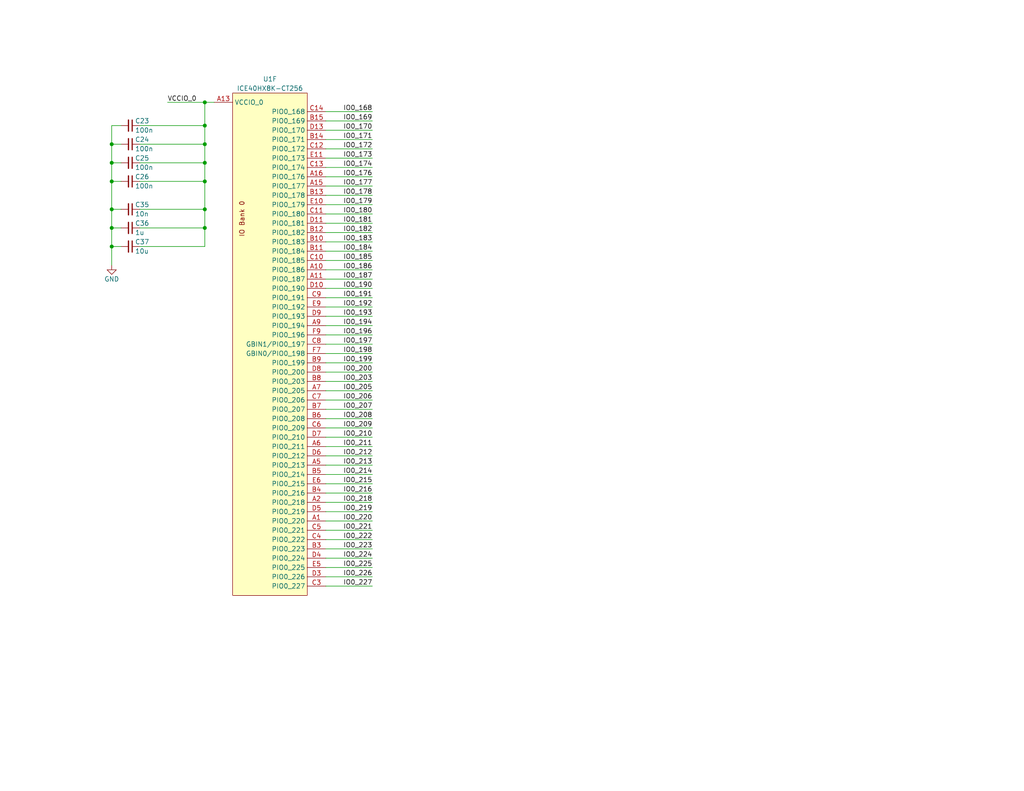
<source format=kicad_sch>
(kicad_sch (version 20211123) (generator eeschema)
  (paper "USLetter")
  (title_block (title "iCE40HX8K Development Board") (date "2022-04-30") (rev "0.1") (company "© 2022 Sam Hanes, licensed under CERN-OHL-S v2+") (comment 1 "https://github.com/Elemecca/ice40-dev"))
  (lib_symbols
    (symbol "0Local:ICE40HX8K-CT256"
      (property "Reference" "U" (at 0 6.35 0))
      (property "Value" "ICE40HX8K-CT256" (at 0 3.81 0))
      (symbol "ICE40HX8K-CT256_1_0"
        (text "Power Input" (at 7.62 -19.05 900) (effects (font (size 1.27 1.27))))
      )
      (symbol "ICE40HX8K-CT256_1_1"
        (rectangle (start -10.16 2.54) (end 10.16 -40.64) (fill (type background)))
        (pin passive line (at -15.24 -38.1 0) (length 5.08) hide (name "GND") (number "A12"))
        (pin passive line (at -15.24 0 0) (length 5.08) hide (name "VCC") (number "A14"))
        (pin passive line (at -15.24 -38.1 0) (length 5.08) hide (name "GND") (number "A4"))
        (pin power_in line (at -15.24 -30.48 0) (length 5.08) (name "VPP_FAST") (number "D12"))
        (pin power_in line (at -15.24 -27.94 0) (length 5.08) (name "VPP_2V5") (number "E12"))
        (pin passive line (at -15.24 -38.1 0) (length 5.08) hide (name "GND") (number "E15"))
        (pin power_in line (at -15.24 -20.32 0) (length 5.08) (name "GNDPLL1") (number "E7"))
        (pin power_in line (at -15.24 -17.78 0) (length 5.08) (name "VCCPLL1") (number "E8"))
        (pin passive line (at -15.24 0 0) (length 5.08) hide (name "VCC") (number "F10"))
        (pin power_in line (at -15.24 0 0) (length 5.08) (name "VCC") (number "F6"))
        (pin passive line (at -15.24 -38.1 0) (length 5.08) hide (name "GND") (number "G7"))
        (pin passive line (at -15.24 -38.1 0) (length 5.08) hide (name "GND") (number "G8"))
        (pin passive line (at -15.24 -38.1 0) (length 5.08) hide (name "GND") (number "G9"))
        (pin passive line (at -15.24 -38.1 0) (length 5.08) hide (name "GND") (number "H7"))
        (pin passive line (at -15.24 -38.1 0) (length 5.08) hide (name "GND") (number "H8"))
        (pin passive line (at -15.24 -38.1 0) (length 5.08) hide (name "GND") (number "H9"))
        (pin passive line (at -15.24 -38.1 0) (length 5.08) hide (name "GND") (number "J7"))
        (pin passive line (at -15.24 -38.1 0) (length 5.08) hide (name "GND") (number "J8"))
        (pin passive line (at -15.24 -38.1 0) (length 5.08) hide (name "GND") (number "J9"))
        (pin passive line (at -15.24 0 0) (length 5.08) hide (name "VCC") (number "K10"))
        (pin passive line (at -15.24 -38.1 0) (length 5.08) hide (name "GND") (number "K2"))
        (pin passive line (at -15.24 0 0) (length 5.08) hide (name "VCC") (number "K6"))
        (pin passive line (at -15.24 -38.1 0) (length 5.08) hide (name "GND") (number "K7"))
        (pin passive line (at -15.24 -38.1 0) (length 5.08) hide (name "GND") (number "L15"))
        (pin passive line (at -15.24 0 0) (length 5.08) hide (name "VCC") (number "L2"))
        (pin power_in line (at -15.24 -7.62 0) (length 5.08) (name "VCCPLL0") (number "L8"))
        (pin power_in line (at -15.24 -10.16 0) (length 5.08) (name "GNDPLL0") (number "N8"))
        (pin passive line (at -15.24 -38.1 0) (length 5.08) hide (name "GND") (number "R7"))
        (pin passive line (at -15.24 -38.1 0) (length 5.08) hide (name "GND") (number "T12"))
        (pin power_in line (at -15.24 -38.1 0) (length 5.08) (name "GND") (number "T4"))
      )
      (symbol "ICE40HX8K-CT256_2_0"
        (polyline (pts (xy -10.16 -15.24) (xy 10.16 -15.24)))
        (text "Config SPI" (at 7.62 -6.35 900) (effects (font (size 1.27 1.27))))
        (text "VCCIO_2" (at 3.81 -19.05 0) (effects (font (size 1.27 1.27))))
      )
      (symbol "ICE40HX8K-CT256_2_1"
        (rectangle (start -10.16 2.54) (end 10.16 -22.86) (fill (type background)))
        (pin output line (at -15.24 -17.78 0) (length 5.08) (name "CDONE") (number "M10"))
        (pin input line (at -15.24 -20.32 0) (length 5.08) (name "~{CRESET}") (number "N11"))
        (pin power_in line (at -15.24 0 0) (length 5.08) (name "VCC_SPI") (number "N13"))
        (pin bidirectional line (at -15.24 -7.62 0) (length 5.08) (name "SDI") (number "P11"))
        (pin bidirectional line (at -15.24 -10.16 0) (length 5.08) (name "SDO") (number "P12"))
        (pin bidirectional line (at -15.24 -5.08 0) (length 5.08) (name "SCK") (number "R11"))
        (pin bidirectional line (at -15.24 -12.7 0) (length 5.08) (name "~{SS}") (number "R12"))
      )
      (symbol "ICE40HX8K-CT256_3_0"
        (text "IO Bank 3" (at -7.62 -31.75 900) (effects (font (size 1.27 1.27))))
      )
      (symbol "ICE40HX8K-CT256_3_1"
        (rectangle (start -10.16 2.54) (end 10.16 -134.62) (fill (type background)))
        (pin tri_state line (at 15.24 -10.16 180) (length 5.08) (name "PIO3_2B") (number "B1"))
        (pin tri_state line (at 15.24 -5.08 180) (length 5.08) (name "PIO3_1B") (number "B2"))
        (pin tri_state line (at 15.24 -12.7 180) (length 5.08) (name "PIO3_3A") (number "C1"))
        (pin tri_state line (at 15.24 -15.24 180) (length 5.08) (name "PIO3_3B") (number "C2"))
        (pin tri_state line (at 15.24 -25.4 180) (length 5.08) (name "PIO3_5B") (number "D1"))
        (pin tri_state line (at 15.24 -20.32 180) (length 5.08) (name "PIO3_4B") (number "D2"))
        (pin power_in line (at -15.24 0 0) (length 5.08) (name "VCCIO_3") (number "E1"))
        (pin tri_state line (at 15.24 -35.56 180) (length 5.08) (name "PIO3_7B") (number "E2"))
        (pin tri_state line (at 15.24 -30.48 180) (length 5.08) (name "PIO3_6B") (number "E3"))
        (pin tri_state line (at 15.24 -2.54 180) (length 5.08) (name "PIO3_1A") (number "E4"))
        (pin tri_state line (at 15.24 -50.8 180) (length 5.08) (name "PIO3_10B") (number "F1"))
        (pin tri_state line (at 15.24 -45.72 180) (length 5.08) (name "PIO3_9B") (number "F2"))
        (pin tri_state line (at 15.24 -40.64 180) (length 5.08) (name "PIO3_8B") (number "F3"))
        (pin tri_state line (at 15.24 -17.78 180) (length 5.08) (name "PIO3_4A") (number "F4"))
        (pin tri_state line (at 15.24 -7.62 180) (length 5.08) (name "PIO3_2A") (number "F5"))
        (pin tri_state line (at 15.24 -66.04 180) (length 5.08) (name "GBIN7/PIO3_13B") (number "G1"))
        (pin tri_state line (at 15.24 -55.88 180) (length 5.08) (name "PIO3_11B") (number "G2"))
        (pin tri_state line (at 15.24 -38.1 180) (length 5.08) (name "PIO3_8A") (number "G3"))
        (pin tri_state line (at 15.24 -27.94 180) (length 5.08) (name "PIO3_6A") (number "G4"))
        (pin tri_state line (at 15.24 -22.86 180) (length 5.08) (name "PIO3_5A") (number "G5"))
        (pin passive line (at -15.24 0 0) (length 5.08) hide (name "VCCIO_3") (number "G6"))
        (pin tri_state line (at 15.24 -71.12 180) (length 5.08) (name "PIO3_14B") (number "H1"))
        (pin tri_state line (at 15.24 -60.96 180) (length 5.08) (name "PIO3_12B") (number "H2"))
        (pin tri_state line (at 15.24 -43.18 180) (length 5.08) (name "PIO3_9A") (number "H3"))
        (pin tri_state line (at 15.24 -53.34 180) (length 5.08) (name "PIO3_11A") (number "H4"))
        (pin tri_state line (at 15.24 -33.02 180) (length 5.08) (name "PIO3_7A") (number "H5"))
        (pin tri_state line (at 15.24 -48.26 180) (length 5.08) (name "PIO3_10A") (number "H6"))
        (pin tri_state line (at 15.24 -76.2 180) (length 5.08) (name "PIO3_15B") (number "J1"))
        (pin tri_state line (at 15.24 -73.66 180) (length 5.08) (name "PIO3_15A") (number "J2"))
        (pin tri_state line (at 15.24 -68.58 180) (length 5.08) (name "GBIN6/PIO3_14A") (number "J3"))
        (pin tri_state line (at 15.24 -58.42 180) (length 5.08) (name "PIO3_12A") (number "J4"))
        (pin tri_state line (at 15.24 -63.5 180) (length 5.08) (name "PIO3_13A") (number "J5"))
        (pin passive line (at -15.24 0 0) (length 5.08) hide (name "VCCIO_3") (number "J6"))
        (pin tri_state line (at 15.24 -78.74 180) (length 5.08) (name "PIO3_16A") (number "K1"))
        (pin tri_state line (at 15.24 -81.28 180) (length 5.08) (name "PIO3_16B") (number "K3"))
        (pin tri_state line (at 15.24 -88.9 180) (length 5.08) (name "PIO3_18A") (number "K4"))
        (pin tri_state line (at 15.24 -99.06 180) (length 5.08) (name "PIO3_20A") (number "K5"))
        (pin tri_state line (at 15.24 -86.36 180) (length 5.08) (name "PIO3_17B") (number "L1"))
        (pin tri_state line (at 15.24 -96.52 180) (length 5.08) (name "PIO3_19B") (number "L3"))
        (pin tri_state line (at 15.24 -83.82 180) (length 5.08) (name "PIO3_17A") (number "L4"))
        (pin tri_state line (at 15.24 -114.3 180) (length 5.08) (name "PIO3_23A") (number "L5"))
        (pin tri_state line (at 15.24 -93.98 180) (length 5.08) (name "PIO3_19A") (number "L6"))
        (pin tri_state line (at 15.24 -104.14 180) (length 5.08) (name "PIO3_21A") (number "L7"))
        (pin tri_state line (at 15.24 -91.44 180) (length 5.08) (name "PIO3_18B") (number "M1"))
        (pin tri_state line (at 15.24 -101.6 180) (length 5.08) (name "PIO3_20B") (number "M2"))
        (pin tri_state line (at 15.24 -111.76 180) (length 5.08) (name "PIO3_22B") (number "M3"))
        (pin tri_state line (at 15.24 -121.92 180) (length 5.08) (name "PIO3_24B") (number "M4"))
        (pin tri_state line (at 15.24 -127 180) (length 5.08) (name "PIO3_25B") (number "M5"))
        (pin tri_state line (at 15.24 -109.22 180) (length 5.08) (name "PIO3_22A") (number "M6"))
        (pin passive line (at -15.24 0 0) (length 5.08) hide (name "VCCIO_3") (number "N1"))
        (pin tri_state line (at 15.24 -106.68 180) (length 5.08) (name "PIO3_21B") (number "N2"))
        (pin tri_state line (at 15.24 -116.84 180) (length 5.08) (name "PIO3_23B") (number "N3"))
        (pin tri_state line (at 15.24 -132.08 180) (length 5.08) (name "PIO3_26B") (number "N4"))
        (pin tri_state line (at 15.24 -119.38 180) (length 5.08) (name "PIO3_24A") (number "P1"))
        (pin tri_state line (at 15.24 -124.46 180) (length 5.08) (name "PIO3_25A") (number "P2"))
        (pin tri_state line (at 15.24 -129.54 180) (length 5.08) (name "PIO3_26A") (number "R1"))
      )
      (symbol "ICE40HX8K-CT256_4_0"
        (text "IO Bank 2" (at -7.62 -33.02 900) (effects (font (size 1.27 1.27))))
      )
      (symbol "ICE40HX8K-CT256_4_1"
        (rectangle (start -10.16 2.54) (end 10.16 -119.38) (fill (type background)))
        (pin tri_state line (at 15.24 -114.3 180) (length 5.08) (name "CBSEL0/PIO2_103") (number "K11"))
        (pin power_in line (at -15.24 0 0) (length 5.08) (name "VCCIO_2") (number "K8"))
        (pin tri_state line (at 15.24 -71.12 180) (length 5.08) (name "GBIN4/PIO2_82") (number "K9"))
        (pin tri_state line (at 15.24 -78.74 180) (length 5.08) (name "PIO2_85") (number "L10"))
        (pin tri_state line (at 15.24 -104.14 180) (length 5.08) (name "PIO2_99") (number "L11"))
        (pin tri_state line (at 15.24 -50.8 180) (length 5.08) (name "PIO2_74") (number "L9"))
        (pin tri_state line (at 15.24 -96.52 180) (length 5.08) (name "PIO2_93") (number "M11"))
        (pin tri_state line (at 15.24 -109.22 180) (length 5.08) (name "PIO2_101") (number "M12"))
        (pin tri_state line (at 15.24 -30.48 180) (length 5.08) (name "PIO2_64") (number "M7"))
        (pin tri_state line (at 15.24 -38.1 180) (length 5.08) (name "PIO2_68") (number "M8"))
        (pin tri_state line (at 15.24 -66.04 180) (length 5.08) (name "PIO2_80") (number "M9"))
        (pin tri_state line (at 15.24 -83.82 180) (length 5.08) (name "PIO2_87") (number "N10"))
        (pin tri_state line (at 15.24 -101.6 180) (length 5.08) (name "PIO2_98") (number "N12"))
        (pin tri_state line (at 15.24 -12.7 180) (length 5.08) (name "PIO2_56") (number "N5"))
        (pin tri_state line (at 15.24 -2.54 180) (length 5.08) (name "PIO2_52") (number "N6"))
        (pin tri_state line (at 15.24 -33.02 180) (length 5.08) (name "PIO2_66") (number "N7"))
        (pin tri_state line (at 15.24 -60.96 180) (length 5.08) (name "PIO2_78") (number "N9"))
        (pin tri_state line (at 15.24 -81.28 180) (length 5.08) (name "PIO2_86") (number "P10"))
        (pin tri_state line (at 15.24 -116.84 180) (length 5.08) (name "CBSEL1/PIO2_104") (number "P13"))
        (pin passive line (at -15.24 0 0) (length 5.08) hide (name "VCCIO_2") (number "P3"))
        (pin tri_state line (at 15.24 -7.62 180) (length 5.08) (name "PIO2_54") (number "P4"))
        (pin tri_state line (at 15.24 -17.78 180) (length 5.08) (name "PIO2_58") (number "P5"))
        (pin tri_state line (at 15.24 -35.56 180) (length 5.08) (name "PIO2_67") (number "P6"))
        (pin tri_state line (at 15.24 -58.42 180) (length 5.08) (name "PIO2_77") (number "P7"))
        (pin tri_state line (at 15.24 -45.72 180) (length 5.08) (name "PIO2_72") (number "P8"))
        (pin tri_state line (at 15.24 -73.66 180) (length 5.08) (name "PIO2_83") (number "P9"))
        (pin tri_state line (at 15.24 -76.2 180) (length 5.08) (name "PIO2_84") (number "R10"))
        (pin passive line (at -15.24 0 0) (length 5.08) hide (name "VCCIO_2") (number "R13"))
        (pin tri_state line (at 15.24 -111.76 180) (length 5.08) (name "PIO2_102") (number "R16"))
        (pin tri_state line (at 15.24 -10.16 180) (length 5.08) (name "PIO2_55") (number "R2"))
        (pin tri_state line (at 15.24 -20.32 180) (length 5.08) (name "PIO2_59") (number "R3"))
        (pin tri_state line (at 15.24 -27.94 180) (length 5.08) (name "PIO2_63") (number "R4"))
        (pin tri_state line (at 15.24 -22.86 180) (length 5.08) (name "PIO2_60") (number "R5"))
        (pin tri_state line (at 15.24 -43.18 180) (length 5.08) (name "PIO2_71") (number "R6"))
        (pin passive line (at -15.24 0 0) (length 5.08) hide (name "VCCIO_2") (number "R8"))
        (pin tri_state line (at 15.24 -68.58 180) (length 5.08) (name "GBIN5/PIO2_81") (number "R9"))
        (pin tri_state line (at 15.24 -5.08 180) (length 5.08) (name "PIO2_53") (number "T1"))
        (pin tri_state line (at 15.24 -86.36 180) (length 5.08) (name "PIO2_88") (number "T10"))
        (pin tri_state line (at 15.24 -88.9 180) (length 5.08) (name "PIO2_89") (number "T11"))
        (pin tri_state line (at 15.24 -99.06 180) (length 5.08) (name "PIO2_94") (number "T13"))
        (pin tri_state line (at 15.24 -93.98 180) (length 5.08) (name "PIO2_92") (number "T14"))
        (pin tri_state line (at 15.24 -91.44 180) (length 5.08) (name "PIO2_91") (number "T15"))
        (pin tri_state line (at 15.24 -106.68 180) (length 5.08) (name "PIO2_100") (number "T16"))
        (pin tri_state line (at 15.24 -15.24 180) (length 5.08) (name "PIO2_57") (number "T2"))
        (pin tri_state line (at 15.24 -25.4 180) (length 5.08) (name "PIO2_61") (number "T3"))
        (pin tri_state line (at 15.24 -40.64 180) (length 5.08) (name "PIO2_69") (number "T5"))
        (pin tri_state line (at 15.24 -48.26 180) (length 5.08) (name "PIO2_73") (number "T6"))
        (pin tri_state line (at 15.24 -53.34 180) (length 5.08) (name "PIO2_75") (number "T7"))
        (pin tri_state line (at 15.24 -55.88 180) (length 5.08) (name "PIO2_76") (number "T8"))
        (pin tri_state line (at 15.24 -63.5 180) (length 5.08) (name "PIO2_79") (number "T9"))
      )
      (symbol "ICE40HX8K-CT256_5_0"
        (text "IO Bank 1" (at -7.62 -35.56 900) (effects (font (size 1.27 1.27))))
      )
      (symbol "ICE40HX8K-CT256_5_1"
        (rectangle (start -10.16 2.54) (end 10.16 -134.62) (fill (type background)))
        (pin tri_state line (at 15.24 -127 180) (length 5.08) (name "PIO1_165") (number "B16"))
        (pin power_in line (at -15.24 0 0) (length 5.08) (name "VCCIO_1") (number "C15"))
        (pin tri_state line (at 15.24 -121.92 180) (length 5.08) (name "PIO1_161") (number "C16"))
        (pin tri_state line (at 15.24 -132.08 180) (length 5.08) (name "PIO1_167") (number "D14"))
        (pin tri_state line (at 15.24 -114.3 180) (length 5.08) (name "PIO1_157") (number "D15"))
        (pin tri_state line (at 15.24 -104.14 180) (length 5.08) (name "PIO1_153") (number "D16"))
        (pin tri_state line (at 15.24 -129.54 180) (length 5.08) (name "PIO1_166") (number "E13"))
        (pin tri_state line (at 15.24 -119.38 180) (length 5.08) (name "PIO1_160") (number "E14"))
        (pin tri_state line (at 15.24 -99.06 180) (length 5.08) (name "PIO1_151") (number "E16"))
        (pin tri_state line (at 15.24 -116.84 180) (length 5.08) (name "PIO1_158") (number "F11"))
        (pin tri_state line (at 15.24 -111.76 180) (length 5.08) (name "PIO1_156") (number "F12"))
        (pin tri_state line (at 15.24 -124.46 180) (length 5.08) (name "PIO1_162") (number "F13"))
        (pin tri_state line (at 15.24 -109.22 180) (length 5.08) (name "PIO1_155") (number "F14"))
        (pin tri_state line (at 15.24 -93.98 180) (length 5.08) (name "PIO1_149") (number "F15"))
        (pin tri_state line (at 15.24 -88.9 180) (length 5.08) (name "PIO1_147") (number "F16"))
        (pin tri_state line (at 15.24 -86.36 180) (length 5.08) (name "PIO1_146") (number "G10"))
        (pin tri_state line (at 15.24 -91.44 180) (length 5.08) (name "PIO1_148") (number "G11"))
        (pin tri_state line (at 15.24 -106.68 180) (length 5.08) (name "PIO1_154") (number "G12"))
        (pin tri_state line (at 15.24 -101.6 180) (length 5.08) (name "PIO1_152") (number "G13"))
        (pin tri_state line (at 15.24 -96.52 180) (length 5.08) (name "PIO1_150") (number "G14"))
        (pin tri_state line (at 15.24 -83.82 180) (length 5.08) (name "PIO1_145") (number "G15"))
        (pin tri_state line (at 15.24 -78.74 180) (length 5.08) (name "PIO1_143") (number "G16"))
        (pin passive line (at -15.24 0 0) (length 5.08) hide (name "VCCIO_1") (number "H10"))
        (pin tri_state line (at 15.24 -71.12 180) (length 5.08) (name "GBIN3/PIO1_140") (number "H11"))
        (pin tri_state line (at 15.24 -81.28 180) (length 5.08) (name "PIO1_144") (number "H12"))
        (pin tri_state line (at 15.24 -68.58 180) (length 5.08) (name "PIO1_139") (number "H13"))
        (pin tri_state line (at 15.24 -76.2 180) (length 5.08) (name "PIO1_142") (number "H14"))
        (pin passive line (at -15.24 0 0) (length 5.08) hide (name "VCCIO_1") (number "H15"))
        (pin tri_state line (at 15.24 -73.66 180) (length 5.08) (name "GBIN2/PIO1_141") (number "H16"))
        (pin tri_state line (at 15.24 -35.56 180) (length 5.08) (name "PIO1_122") (number "J10"))
        (pin tri_state line (at 15.24 -40.64 180) (length 5.08) (name "PIO1_126") (number "J11"))
        (pin tri_state line (at 15.24 -60.96 180) (length 5.08) (name "PIO1_136") (number "J12"))
        (pin tri_state line (at 15.24 -63.5 180) (length 5.08) (name "PIO1_137") (number "J13"))
        (pin tri_state line (at 15.24 -58.42 180) (length 5.08) (name "PIO1_134") (number "J14"))
        (pin tri_state line (at 15.24 -50.8 180) (length 5.08) (name "PIO1_130") (number "J15"))
        (pin tri_state line (at 15.24 -66.04 180) (length 5.08) (name "PIO1_138") (number "J16"))
        (pin tri_state line (at 15.24 -30.48 180) (length 5.08) (name "PIO1_120") (number "K12"))
        (pin tri_state line (at 15.24 -45.72 180) (length 5.08) (name "PIO1_128") (number "K13"))
        (pin tri_state line (at 15.24 -48.26 180) (length 5.08) (name "PIO1_129") (number "K14"))
        (pin tri_state line (at 15.24 -53.34 180) (length 5.08) (name "PIO1_131") (number "K15"))
        (pin tri_state line (at 15.24 -55.88 180) (length 5.08) (name "PIO1_133") (number "K16"))
        (pin tri_state line (at 15.24 -20.32 180) (length 5.08) (name "PIO1_116") (number "L12"))
        (pin tri_state line (at 15.24 -25.4 180) (length 5.08) (name "PIO1_118") (number "L13"))
        (pin tri_state line (at 15.24 -27.94 180) (length 5.08) (name "PIO1_119") (number "L14"))
        (pin tri_state line (at 15.24 -43.18 180) (length 5.08) (name "PIO1_127") (number "L16"))
        (pin tri_state line (at 15.24 -15.24 180) (length 5.08) (name "PIO1_114") (number "M13"))
        (pin tri_state line (at 15.24 -17.78 180) (length 5.08) (name "PIO1_115") (number "M14"))
        (pin tri_state line (at 15.24 -38.1 180) (length 5.08) (name "PIO1_123") (number "M15"))
        (pin tri_state line (at 15.24 -33.02 180) (length 5.08) (name "PIO1_121") (number "M16"))
        (pin no_connect line (at -10.16 -132.08 0) (length 5.08) hide (name "NC") (number "N14"))
        (pin passive line (at -15.24 0 0) (length 5.08) hide (name "VCCIO_1") (number "N15"))
        (pin tri_state line (at 15.24 -22.86 180) (length 5.08) (name "PIO1_117") (number "N16"))
        (pin tri_state line (at 15.24 -7.62 180) (length 5.08) (name "PIO1_111") (number "P14"))
        (pin tri_state line (at 15.24 -10.16 180) (length 5.08) (name "PIO1_112") (number "P15"))
        (pin tri_state line (at 15.24 -12.7 180) (length 5.08) (name "PIO1_113") (number "P16"))
        (pin tri_state line (at 15.24 -2.54 180) (length 5.08) (name "PIO1_109") (number "R14"))
        (pin tri_state line (at 15.24 -5.08 180) (length 5.08) (name "PIO1_110") (number "R15"))
      )
      (symbol "ICE40HX8K-CT256_6_0"
        (text "IO Bank 0" (at -7.62 -31.75 900) (effects (font (size 1.27 1.27))))
      )
      (symbol "ICE40HX8K-CT256_6_1"
        (rectangle (start -10.16 2.54) (end 10.16 -134.62) (fill (type background)))
        (pin tri_state line (at 15.24 -114.3 180) (length 5.08) (name "PIO0_220") (number "A1"))
        (pin tri_state line (at 15.24 -45.72 180) (length 5.08) (name "PIO0_186") (number "A10"))
        (pin tri_state line (at 15.24 -48.26 180) (length 5.08) (name "PIO0_187") (number "A11"))
        (pin power_in line (at -15.24 0 0) (length 5.08) (name "VCCIO_0") (number "A13"))
        (pin tri_state line (at 15.24 -22.86 180) (length 5.08) (name "PIO0_177") (number "A15"))
        (pin tri_state line (at 15.24 -20.32 180) (length 5.08) (name "PIO0_176") (number "A16"))
        (pin tri_state line (at 15.24 -109.22 180) (length 5.08) (name "PIO0_218") (number "A2"))
        (pin passive line (at -15.24 0 0) (length 5.08) hide (name "VCCIO_0") (number "A3"))
        (pin tri_state line (at 15.24 -99.06 180) (length 5.08) (name "PIO0_213") (number "A5"))
        (pin tri_state line (at 15.24 -93.98 180) (length 5.08) (name "PIO0_211") (number "A6"))
        (pin tri_state line (at 15.24 -78.74 180) (length 5.08) (name "PIO0_205") (number "A7"))
        (pin passive line (at -15.24 0 0) (length 5.08) hide (name "VCCIO_0") (number "A8"))
        (pin tri_state line (at 15.24 -60.96 180) (length 5.08) (name "PIO0_194") (number "A9"))
        (pin tri_state line (at 15.24 -38.1 180) (length 5.08) (name "PIO0_183") (number "B10"))
        (pin tri_state line (at 15.24 -40.64 180) (length 5.08) (name "PIO0_184") (number "B11"))
        (pin tri_state line (at 15.24 -35.56 180) (length 5.08) (name "PIO0_182") (number "B12"))
        (pin tri_state line (at 15.24 -25.4 180) (length 5.08) (name "PIO0_178") (number "B13"))
        (pin tri_state line (at 15.24 -10.16 180) (length 5.08) (name "PIO0_171") (number "B14"))
        (pin tri_state line (at 15.24 -5.08 180) (length 5.08) (name "PIO0_169") (number "B15"))
        (pin tri_state line (at 15.24 -121.92 180) (length 5.08) (name "PIO0_223") (number "B3"))
        (pin tri_state line (at 15.24 -106.68 180) (length 5.08) (name "PIO0_216") (number "B4"))
        (pin tri_state line (at 15.24 -101.6 180) (length 5.08) (name "PIO0_214") (number "B5"))
        (pin tri_state line (at 15.24 -86.36 180) (length 5.08) (name "PIO0_208") (number "B6"))
        (pin tri_state line (at 15.24 -83.82 180) (length 5.08) (name "PIO0_207") (number "B7"))
        (pin tri_state line (at 15.24 -76.2 180) (length 5.08) (name "PIO0_203") (number "B8"))
        (pin tri_state line (at 15.24 -71.12 180) (length 5.08) (name "PIO0_199") (number "B9"))
        (pin tri_state line (at 15.24 -43.18 180) (length 5.08) (name "PIO0_185") (number "C10"))
        (pin tri_state line (at 15.24 -30.48 180) (length 5.08) (name "PIO0_180") (number "C11"))
        (pin tri_state line (at 15.24 -12.7 180) (length 5.08) (name "PIO0_172") (number "C12"))
        (pin tri_state line (at 15.24 -17.78 180) (length 5.08) (name "PIO0_174") (number "C13"))
        (pin tri_state line (at 15.24 -2.54 180) (length 5.08) (name "PIO0_168") (number "C14"))
        (pin tri_state line (at 15.24 -132.08 180) (length 5.08) (name "PIO0_227") (number "C3"))
        (pin tri_state line (at 15.24 -119.38 180) (length 5.08) (name "PIO0_222") (number "C4"))
        (pin tri_state line (at 15.24 -116.84 180) (length 5.08) (name "PIO0_221") (number "C5"))
        (pin tri_state line (at 15.24 -88.9 180) (length 5.08) (name "PIO0_209") (number "C6"))
        (pin tri_state line (at 15.24 -81.28 180) (length 5.08) (name "PIO0_206") (number "C7"))
        (pin tri_state line (at 15.24 -66.04 180) (length 5.08) (name "GBIN1/PIO0_197") (number "C8"))
        (pin tri_state line (at 15.24 -53.34 180) (length 5.08) (name "PIO0_191") (number "C9"))
        (pin tri_state line (at 15.24 -50.8 180) (length 5.08) (name "PIO0_190") (number "D10"))
        (pin tri_state line (at 15.24 -33.02 180) (length 5.08) (name "PIO0_181") (number "D11"))
        (pin tri_state line (at 15.24 -7.62 180) (length 5.08) (name "PIO0_170") (number "D13"))
        (pin tri_state line (at 15.24 -129.54 180) (length 5.08) (name "PIO0_226") (number "D3"))
        (pin tri_state line (at 15.24 -124.46 180) (length 5.08) (name "PIO0_224") (number "D4"))
        (pin tri_state line (at 15.24 -111.76 180) (length 5.08) (name "PIO0_219") (number "D5"))
        (pin tri_state line (at 15.24 -96.52 180) (length 5.08) (name "PIO0_212") (number "D6"))
        (pin tri_state line (at 15.24 -91.44 180) (length 5.08) (name "PIO0_210") (number "D7"))
        (pin tri_state line (at 15.24 -73.66 180) (length 5.08) (name "PIO0_200") (number "D8"))
        (pin tri_state line (at 15.24 -58.42 180) (length 5.08) (name "PIO0_193") (number "D9"))
        (pin tri_state line (at 15.24 -27.94 180) (length 5.08) (name "PIO0_179") (number "E10"))
        (pin tri_state line (at 15.24 -15.24 180) (length 5.08) (name "PIO0_173") (number "E11"))
        (pin tri_state line (at 15.24 -127 180) (length 5.08) (name "PIO0_225") (number "E5"))
        (pin tri_state line (at 15.24 -104.14 180) (length 5.08) (name "PIO0_215") (number "E6"))
        (pin tri_state line (at 15.24 -55.88 180) (length 5.08) (name "PIO0_192") (number "E9"))
        (pin tri_state line (at 15.24 -68.58 180) (length 5.08) (name "GBIN0/PIO0_198") (number "F7"))
        (pin passive line (at -15.24 0 0) (length 5.08) hide (name "VCCIO_0") (number "F8"))
        (pin tri_state line (at 15.24 -63.5 180) (length 5.08) (name "PIO0_196") (number "F9"))
      )
    )
    (symbol "Device:C_Small" (pin_numbers hide) (pin_names (offset 0.254) hide)
      (property "Reference" "C" (at 0.254 1.778 0))
      (property "Value" "C_Small" (at 0.254 -2.032 0))
      (symbol "C_Small_0_1"
        (polyline (pts (xy -1.524 -0.508) (xy 1.524 -0.508)) (stroke (width 0.3302)))
        (polyline (pts (xy -1.524 0.508) (xy 1.524 0.508)) (stroke (width 0.3048)))
      )
      (symbol "C_Small_1_1"
        (pin passive line (at 0 2.54 270) (length 2.032) (name "~") (number "1"))
        (pin passive line (at 0 -2.54 90) (length 2.032) (name "~") (number "2"))
      )
    )
    (symbol "power:GND" (power) (pin_names (offset 0))
      (property "Value" "GND" (at 0 -3.81 0))
      (symbol "GND_0_1"
        (polyline (pts (xy 0 0) (xy 0 -1.27) (xy 1.27 -1.27) (xy 0 -2.54) (xy -1.27 -1.27) (xy 0 -1.27)))
      )
      (symbol "GND_1_1"
        (pin power_in line (at 0 0 270) (length 0) hide (name "GND") (number "1"))
      )
    )
  )
  (junction (at 55.88 39.37))
  (junction (at 55.88 62.23))
  (junction (at 55.88 44.45))
  (junction (at 55.88 49.53))
  (junction (at 30.48 67.31))
  (junction (at 30.48 62.23))
  (junction (at 55.88 27.94))
  (junction (at 55.88 57.15))
  (junction (at 55.88 34.29))
  (junction (at 30.48 57.15))
  (junction (at 30.48 39.37))
  (junction (at 30.48 49.53))
  (junction (at 30.48 44.45))
  (wire (pts (xy 88.9 81.28) (xy 101.6 81.28)))
  (wire (pts (xy 55.88 39.37) (xy 38.1 39.37)))
  (wire (pts (xy 38.1 67.31) (xy 55.88 67.31)))
  (wire (pts (xy 88.9 38.1) (xy 101.6 38.1)))
  (wire (pts (xy 88.9 78.74) (xy 101.6 78.74)))
  (wire (pts (xy 88.9 60.96) (xy 101.6 60.96)))
  (wire (pts (xy 88.9 111.76) (xy 101.6 111.76)))
  (wire (pts (xy 55.88 27.94) (xy 58.42 27.94)))
  (wire (pts (xy 88.9 119.38) (xy 101.6 119.38)))
  (wire (pts (xy 88.9 58.42) (xy 101.6 58.42)))
  (wire (pts (xy 30.48 57.15) (xy 33.02 57.15)))
  (wire (pts (xy 33.02 44.45) (xy 30.48 44.45)))
  (wire (pts (xy 88.9 114.3) (xy 101.6 114.3)))
  (wire (pts (xy 88.9 129.54) (xy 101.6 129.54)))
  (wire (pts (xy 30.48 62.23) (xy 33.02 62.23)))
  (wire (pts (xy 88.9 160.02) (xy 101.6 160.02)))
  (wire (pts (xy 88.9 40.64) (xy 101.6 40.64)))
  (wire (pts (xy 55.88 49.53) (xy 55.88 57.15)))
  (wire (pts (xy 88.9 48.26) (xy 101.6 48.26)))
  (wire (pts (xy 30.48 62.23) (xy 30.48 57.15)))
  (wire (pts (xy 88.9 76.2) (xy 101.6 76.2)))
  (wire (pts (xy 88.9 121.92) (xy 101.6 121.92)))
  (wire (pts (xy 88.9 99.06) (xy 101.6 99.06)))
  (wire (pts (xy 88.9 154.94) (xy 101.6 154.94)))
  (wire (pts (xy 88.9 96.52) (xy 101.6 96.52)))
  (wire (pts (xy 88.9 73.66) (xy 101.6 73.66)))
  (wire (pts (xy 88.9 86.36) (xy 101.6 86.36)))
  (wire (pts (xy 88.9 88.9) (xy 101.6 88.9)))
  (wire (pts (xy 88.9 149.86) (xy 101.6 149.86)))
  (wire (pts (xy 88.9 63.5) (xy 101.6 63.5)))
  (wire (pts (xy 88.9 50.8) (xy 101.6 50.8)))
  (wire (pts (xy 88.9 147.32) (xy 101.6 147.32)))
  (wire (pts (xy 88.9 45.72) (xy 101.6 45.72)))
  (wire (pts (xy 30.48 67.31) (xy 30.48 72.39)))
  (wire (pts (xy 88.9 33.02) (xy 101.6 33.02)))
  (wire (pts (xy 88.9 132.08) (xy 101.6 132.08)))
  (wire (pts (xy 30.48 39.37) (xy 30.48 44.45)))
  (wire (pts (xy 88.9 106.68) (xy 101.6 106.68)))
  (wire (pts (xy 88.9 109.22) (xy 101.6 109.22)))
  (wire (pts (xy 88.9 66.04) (xy 101.6 66.04)))
  (wire (pts (xy 88.9 93.98) (xy 101.6 93.98)))
  (wire (pts (xy 88.9 134.62) (xy 101.6 134.62)))
  (wire (pts (xy 45.72 27.94) (xy 55.88 27.94)))
  (wire (pts (xy 88.9 152.4) (xy 101.6 152.4)))
  (wire (pts (xy 30.48 49.53) (xy 33.02 49.53)))
  (wire (pts (xy 55.88 44.45) (xy 38.1 44.45)))
  (wire (pts (xy 88.9 144.78) (xy 101.6 144.78)))
  (wire (pts (xy 88.9 116.84) (xy 101.6 116.84)))
  (wire (pts (xy 55.88 34.29) (xy 55.88 39.37)))
  (wire (pts (xy 88.9 137.16) (xy 101.6 137.16)))
  (wire (pts (xy 55.88 44.45) (xy 55.88 49.53)))
  (wire (pts (xy 88.9 30.48) (xy 101.6 30.48)))
  (wire (pts (xy 33.02 34.29) (xy 30.48 34.29)))
  (wire (pts (xy 30.48 67.31) (xy 30.48 62.23)))
  (wire (pts (xy 30.48 57.15) (xy 30.48 49.53)))
  (wire (pts (xy 88.9 35.56) (xy 101.6 35.56)))
  (wire (pts (xy 38.1 57.15) (xy 55.88 57.15)))
  (wire (pts (xy 55.88 39.37) (xy 55.88 44.45)))
  (wire (pts (xy 88.9 71.12) (xy 101.6 71.12)))
  (wire (pts (xy 88.9 68.58) (xy 101.6 68.58)))
  (wire (pts (xy 88.9 157.48) (xy 101.6 157.48)))
  (wire (pts (xy 55.88 49.53) (xy 38.1 49.53)))
  (wire (pts (xy 88.9 83.82) (xy 101.6 83.82)))
  (wire (pts (xy 55.88 27.94) (xy 55.88 34.29)))
  (wire (pts (xy 88.9 53.34) (xy 101.6 53.34)))
  (wire (pts (xy 30.48 44.45) (xy 30.48 49.53)))
  (wire (pts (xy 88.9 104.14) (xy 101.6 104.14)))
  (wire (pts (xy 38.1 62.23) (xy 55.88 62.23)))
  (wire (pts (xy 88.9 91.44) (xy 101.6 91.44)))
  (wire (pts (xy 55.88 57.15) (xy 55.88 62.23)))
  (wire (pts (xy 33.02 67.31) (xy 30.48 67.31)))
  (wire (pts (xy 55.88 62.23) (xy 55.88 67.31)))
  (wire (pts (xy 88.9 127) (xy 101.6 127)))
  (wire (pts (xy 30.48 34.29) (xy 30.48 39.37)))
  (wire (pts (xy 88.9 43.18) (xy 101.6 43.18)))
  (wire (pts (xy 88.9 55.88) (xy 101.6 55.88)))
  (wire (pts (xy 88.9 142.24) (xy 101.6 142.24)))
  (wire (pts (xy 33.02 39.37) (xy 30.48 39.37)))
  (wire (pts (xy 88.9 139.7) (xy 101.6 139.7)))
  (wire (pts (xy 55.88 34.29) (xy 38.1 34.29)))
  (wire (pts (xy 88.9 124.46) (xy 101.6 124.46)))
  (wire (pts (xy 88.9 101.6) (xy 101.6 101.6)))
  (label "IO0_170" (at 101.6 35.56 180))
  (label "IO0_218" (at 101.6 137.16 180))
  (label "IO0_173" (at 101.6 43.18 180))
  (label "IO0_226" (at 101.6 157.48 180))
  (label "IO0_205" (at 101.6 106.68 180))
  (label "IO0_206" (at 101.6 109.22 180))
  (label "IO0_200" (at 101.6 101.6 180))
  (label "IO0_199" (at 101.6 99.06 180))
  (label "IO0_184" (at 101.6 68.58 180))
  (label "IO0_186" (at 101.6 73.66 180))
  (label "IO0_178" (at 101.6 53.34 180))
  (label "IO0_198" (at 101.6 96.52 180))
  (label "IO0_179" (at 101.6 55.88 180))
  (label "IO0_212" (at 101.6 124.46 180))
  (label "IO0_191" (at 101.6 81.28 180))
  (label "IO0_169" (at 101.6 33.02 180))
  (label "IO0_176" (at 101.6 48.26 180))
  (label "IO0_193" (at 101.6 86.36 180))
  (label "IO0_185" (at 101.6 71.12 180))
  (label "IO0_211" (at 101.6 121.92 180))
  (label "IO0_216" (at 101.6 134.62 180))
  (label "IO0_220" (at 101.6 142.24 180))
  (label "VCCIO_0" (at 45.72 27.94 0))
  (label "IO0_177" (at 101.6 50.8 180))
  (label "IO0_227" (at 101.6 160.02 180))
  (label "IO0_221" (at 101.6 144.78 180))
  (label "IO0_210" (at 101.6 119.38 180))
  (label "IO0_203" (at 101.6 104.14 180))
  (label "IO0_168" (at 101.6 30.48 180))
  (label "IO0_180" (at 101.6 58.42 180))
  (label "IO0_219" (at 101.6 139.7 180))
  (label "IO0_209" (at 101.6 116.84 180))
  (label "IO0_174" (at 101.6 45.72 180))
  (label "IO0_190" (at 101.6 78.74 180))
  (label "IO0_213" (at 101.6 127 180))
  (label "IO0_208" (at 101.6 114.3 180))
  (label "IO0_171" (at 101.6 38.1 180))
  (label "IO0_192" (at 101.6 83.82 180))
  (label "IO0_214" (at 101.6 129.54 180))
  (label "IO0_187" (at 101.6 76.2 180))
  (label "IO0_196" (at 101.6 91.44 180))
  (label "IO0_207" (at 101.6 111.76 180))
  (label "IO0_222" (at 101.6 147.32 180))
  (label "IO0_197" (at 101.6 93.98 180))
  (label "IO0_172" (at 101.6 40.64 180))
  (label "IO0_183" (at 101.6 66.04 180))
  (label "IO0_223" (at 101.6 149.86 180))
  (label "IO0_215" (at 101.6 132.08 180))
  (label "IO0_194" (at 101.6 88.9 180))
  (label "IO0_224" (at 101.6 152.4 180))
  (label "IO0_225" (at 101.6 154.94 180))
  (label "IO0_181" (at 101.6 60.96 180))
  (label "IO0_182" (at 101.6 63.5 180))
  (symbol (lib_id "Device:C_Small") (at 35.56 34.29 270) (unit 1)
    (property "Reference" "C23" (at 36.83 33.02 90) (effects (justify left)))
    (property "Value" "100n" (at 36.83 35.56 90) (effects (justify left)))
    (property "Footprint" "0Local:C_SMD_0402_Pad0.5mm" (effects hide))
  )
  (symbol (lib_id "power:GND") (at 30.48 72.39 0) (unit 1)
    (property "Reference" "#PWR04" (effects hide))
    (property "Value" "GND" (at 30.48 76.2 0))
  )
  (symbol (lib_id "Device:C_Small") (at 35.56 49.53 270) (unit 1)
    (property "Reference" "C26" (at 36.83 48.26 90) (effects (justify left)))
    (property "Value" "100n" (at 36.83 50.8 90) (effects (justify left)))
    (property "Footprint" "0Local:C_SMD_0402_Pad0.5mm" (effects hide))
  )
  (symbol (lib_id "Device:C_Small") (at 35.56 44.45 270) (unit 1)
    (property "Reference" "C25" (at 36.83 43.18 90) (effects (justify left)))
    (property "Value" "100n" (at 36.83 45.72 90) (effects (justify left)))
    (property "Footprint" "0Local:C_SMD_0402_Pad0.5mm" (effects hide))
  )
  (symbol (lib_id "Device:C_Small") (at 35.56 57.15 270) (unit 1)
    (property "Reference" "C35" (at 36.83 55.88 90) (effects (justify left)))
    (property "Value" "10n" (at 36.83 58.42 90) (effects (justify left)))
    (property "Footprint" "0Local:C_SMD_0402_Pad0.5mm" (effects hide))
  )
  (symbol (lib_id "Device:C_Small") (at 35.56 62.23 270) (unit 1)
    (property "Reference" "C36" (at 36.83 60.96 90) (effects (justify left)))
    (property "Value" "1u" (at 36.83 63.5 90) (effects (justify left)))
    (property "Footprint" "0Local:C_SMD_0402_Pad0.5mm" (effects hide))
  )
  (symbol (lib_id "Device:C_Small") (at 35.56 39.37 270) (unit 1)
    (property "Reference" "C24" (at 36.83 38.1 90) (effects (justify left)))
    (property "Value" "100n" (at 36.83 40.64 90) (effects (justify left)))
    (property "Footprint" "0Local:C_SMD_0402_Pad0.5mm" (effects hide))
  )
  (symbol (lib_id "0Local:ICE40HX8K-CT256") (at 73.66 27.94 0) (unit 6)
    (property "Reference" "U1" (at 73.66 21.59 0))
    (property "Value" "ICE40HX8K-CT256" (at 73.66 24.13 0))
    (property "Footprint" "0Local:Lattice_caBGA-256_14x14mm_Layout16x16_P0.8mm_Ball0.4mm_Pad0.5mm_SMD" (effects hide))
    (property "Datasheet" "https://www.latticesemi.com/view_document?document_id=49312" (effects hide))
  )
  (symbol (lib_id "Device:C_Small") (at 35.56 67.31 270) (unit 1)
    (property "Reference" "C37" (at 36.83 66.04 90) (effects (justify left)))
    (property "Value" "10u" (at 36.83 68.58 90) (effects (justify left)))
    (property "Footprint" "0Local:C_SMD_0402_Pad0.5mm" (effects hide))
  )
)
</source>
